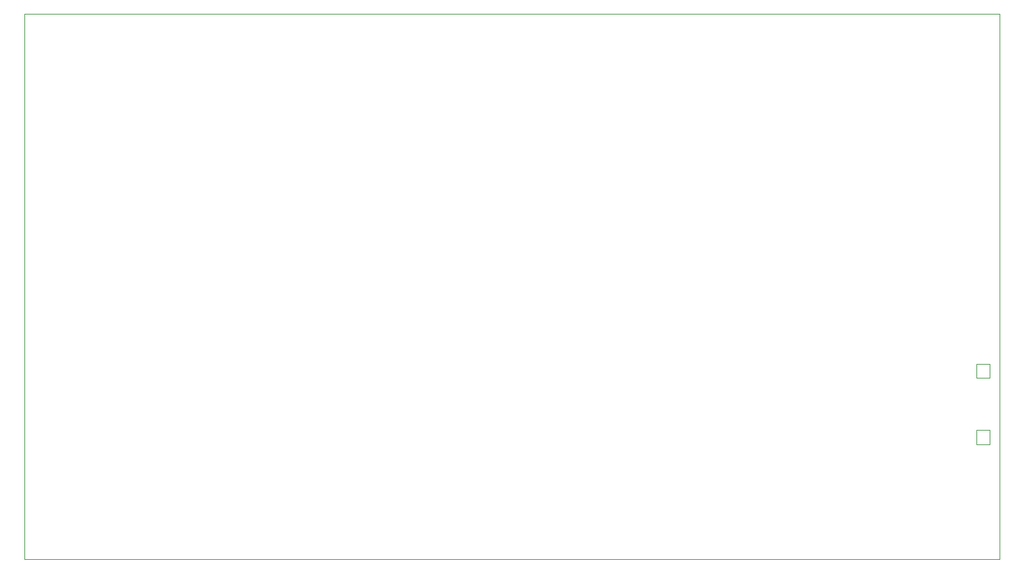
<source format=gbr>
%TF.GenerationSoftware,KiCad,Pcbnew,5.99.0+really5.1.10+dfsg1-1*%
%TF.CreationDate,2021-12-12T18:58:12-06:00*%
%TF.ProjectId,diyperksmic,64697970-6572-46b7-936d-69632e6b6963,rev?*%
%TF.SameCoordinates,Original*%
%TF.FileFunction,Profile,NP*%
%FSLAX46Y46*%
G04 Gerber Fmt 4.6, Leading zero omitted, Abs format (unit mm)*
G04 Created by KiCad (PCBNEW 5.99.0+really5.1.10+dfsg1-1) date 2021-12-12 18:58:12*
%MOMM*%
%LPD*%
G01*
G04 APERTURE LIST*
%TA.AperFunction,Profile*%
%ADD10C,0.050000*%
%TD*%
%TA.AperFunction,Profile*%
%ADD11C,0.000100*%
%TD*%
G04 APERTURE END LIST*
D10*
X203000000Y-110000000D02*
X203000000Y-40000000D01*
X78000000Y-110000000D02*
X78000000Y-40000000D01*
X203000000Y-110000000D02*
X78000000Y-110000000D01*
X78000000Y-40000000D02*
X203000000Y-40000000D01*
D11*
%TO.C,J2*%
X201736960Y-93446340D02*
X200036960Y-93446340D01*
X201736960Y-95246340D02*
X201736960Y-93446340D01*
X200036960Y-95246340D02*
X201736960Y-95246340D01*
X200036960Y-93446340D02*
X200036960Y-95246340D01*
X201736960Y-84946340D02*
X200036960Y-84946340D01*
X201736960Y-86746340D02*
X201736960Y-84946340D01*
X200036960Y-86746340D02*
X201736960Y-86746340D01*
X200036960Y-84946340D02*
X200036960Y-86746340D01*
%TD*%
M02*

</source>
